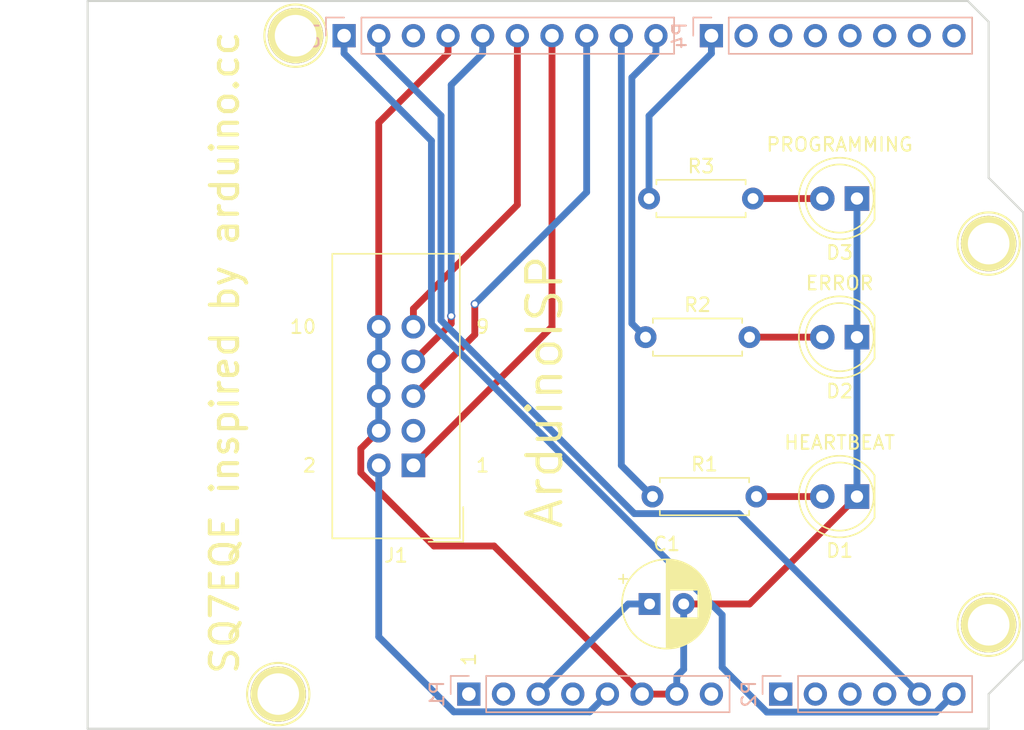
<source format=kicad_pcb>
(kicad_pcb (version 20171130) (host pcbnew 5.1.4-3.fc30)

  (general
    (thickness 1.6)
    (drawings 29)
    (tracks 67)
    (zones 0)
    (modules 16)
    (nets 37)
  )

  (page A4)
  (title_block
    (title "Arduino Uno ISP shield")
    (date 2019-08-24)
    (rev 1.0)
    (company "mgr inż. Paweł Sobótka")
    (comment 1 "Arduino Uno rev3")
    (comment 2 "GNU GPLv3")
  )

  (layers
    (0 F.Cu signal)
    (31 B.Cu signal)
    (32 B.Adhes user)
    (33 F.Adhes user)
    (34 B.Paste user)
    (35 F.Paste user)
    (36 B.SilkS user)
    (37 F.SilkS user)
    (38 B.Mask user)
    (39 F.Mask user)
    (40 Dwgs.User user)
    (41 Cmts.User user)
    (42 Eco1.User user)
    (43 Eco2.User user)
    (44 Edge.Cuts user)
    (45 Margin user)
    (46 B.CrtYd user)
    (47 F.CrtYd user)
    (48 B.Fab user)
    (49 F.Fab user)
  )

  (setup
    (last_trace_width 0.25)
    (user_trace_width 0.5)
    (trace_clearance 0.2)
    (zone_clearance 0.508)
    (zone_45_only no)
    (trace_min 0.2)
    (via_size 0.6)
    (via_drill 0.4)
    (via_min_size 0.4)
    (via_min_drill 0.3)
    (user_via 0.6 0.4)
    (uvia_size 0.3)
    (uvia_drill 0.1)
    (uvias_allowed no)
    (uvia_min_size 0.2)
    (uvia_min_drill 0.1)
    (edge_width 0.15)
    (segment_width 0.15)
    (pcb_text_width 0.3)
    (pcb_text_size 1.5 1.5)
    (mod_edge_width 0.15)
    (mod_text_size 1 1)
    (mod_text_width 0.15)
    (pad_size 4.064 4.064)
    (pad_drill 3.048)
    (pad_to_mask_clearance 0)
    (aux_axis_origin 110.998 126.365)
    (grid_origin 110.998 126.365)
    (visible_elements FFFFFF7F)
    (pcbplotparams
      (layerselection 0x290f0_ffffffff)
      (usegerberextensions false)
      (usegerberattributes true)
      (usegerberadvancedattributes true)
      (creategerberjobfile true)
      (excludeedgelayer true)
      (linewidth 0.150000)
      (plotframeref false)
      (viasonmask false)
      (mode 1)
      (useauxorigin true)
      (hpglpennumber 1)
      (hpglpenspeed 20)
      (hpglpendiameter 15.000000)
      (psnegative false)
      (psa4output false)
      (plotreference true)
      (plotvalue true)
      (plotinvisibletext false)
      (padsonsilk false)
      (subtractmaskfromsilk true)
      (outputformat 1)
      (mirror false)
      (drillshape 0)
      (scaleselection 1)
      (outputdirectory "gerbv/"))
  )

  (net 0 "")
  (net 1 /IOREF)
  (net 2 /Reset)
  (net 3 +5V)
  (net 4 GND)
  (net 5 /Vin)
  (net 6 /A0)
  (net 7 /A1)
  (net 8 /A2)
  (net 9 /A3)
  (net 10 /AREF)
  (net 11 "/A4(SDA)")
  (net 12 "/A5(SCL)")
  (net 13 "/9(**)")
  (net 14 /8)
  (net 15 /7)
  (net 16 "/6(**)")
  (net 17 "/5(**)")
  (net 18 /4)
  (net 19 "/3(**)")
  (net 20 /2)
  (net 21 "/1(Tx)")
  (net 22 "/0(Rx)")
  (net 23 "Net-(P5-Pad1)")
  (net 24 "Net-(P6-Pad1)")
  (net 25 "Net-(P7-Pad1)")
  (net 26 "Net-(P8-Pad1)")
  (net 27 "/13(SCK)")
  (net 28 "Net-(P1-Pad1)")
  (net 29 +3V3)
  (net 30 "/12(MISO)")
  (net 31 "Net-(D1-Pad2)")
  (net 32 "Net-(D2-Pad2)")
  (net 33 "Net-(D3-Pad2)")
  (net 34 "/11(**MOSI)")
  (net 35 "Net-(J1-Pad3)")
  (net 36 "/10(**SS)")

  (net_class Default "This is the default net class."
    (clearance 0.2)
    (trace_width 0.25)
    (via_dia 0.6)
    (via_drill 0.4)
    (uvia_dia 0.3)
    (uvia_drill 0.1)
  )

  (net_class net1 ""
    (clearance 0.2)
    (trace_width 0.5)
    (via_dia 0.6)
    (via_drill 0.4)
    (uvia_dia 0.3)
    (uvia_drill 0.1)
    (add_net +3V3)
    (add_net +5V)
    (add_net "/0(Rx)")
    (add_net "/1(Tx)")
    (add_net "/10(**SS)")
    (add_net "/11(**MOSI)")
    (add_net "/12(MISO)")
    (add_net "/13(SCK)")
    (add_net /2)
    (add_net "/3(**)")
    (add_net /4)
    (add_net "/5(**)")
    (add_net "/6(**)")
    (add_net /7)
    (add_net /8)
    (add_net "/9(**)")
    (add_net /A0)
    (add_net /A1)
    (add_net /A2)
    (add_net /A3)
    (add_net "/A4(SDA)")
    (add_net "/A5(SCL)")
    (add_net /AREF)
    (add_net /IOREF)
    (add_net /Reset)
    (add_net /Vin)
    (add_net GND)
    (add_net "Net-(D1-Pad2)")
    (add_net "Net-(D2-Pad2)")
    (add_net "Net-(D3-Pad2)")
    (add_net "Net-(J1-Pad3)")
    (add_net "Net-(P1-Pad1)")
    (add_net "Net-(P5-Pad1)")
    (add_net "Net-(P6-Pad1)")
    (add_net "Net-(P7-Pad1)")
    (add_net "Net-(P8-Pad1)")
  )

  (module discretes:IDC-Header_2x05_P2.54mm_Vertical (layer F.Cu) (tedit 5D7CF127) (tstamp 5D60FE63)
    (at 134.874 107.061 180)
    (descr "Through hole straight IDC box header, 2x05, 2.54mm pitch, double rows")
    (tags "Through hole IDC box header THT 2x05 2.54mm double row")
    (path /5D60B23E)
    (fp_text reference J1 (at 1.27 -6.604) (layer F.SilkS)
      (effects (font (size 1 1) (thickness 0.15)))
    )
    (fp_text value AVR-ISP-10 (at 1.27 16.764) (layer F.Fab)
      (effects (font (size 1 1) (thickness 0.15)))
    )
    (fp_text user 10 (at 7.04 10.16) (layer F.SilkS)
      (effects (font (size 1 1) (thickness 0.15)) (justify right))
    )
    (fp_text user 2 (at 7.04 0) (layer F.SilkS)
      (effects (font (size 1 1) (thickness 0.15)) (justify right))
    )
    (fp_text user 9 (at -4.5 10.16) (layer F.SilkS)
      (effects (font (size 1 1) (thickness 0.15)) (justify left))
    )
    (fp_text user 1 (at -4.5 0) (layer F.SilkS)
      (effects (font (size 1 1) (thickness 0.15)) (justify left))
    )
    (fp_line (start -3.655 -5.6) (end -1.115 -5.6) (layer F.SilkS) (width 0.12))
    (fp_line (start -3.655 -5.6) (end -3.655 -3.06) (layer F.SilkS) (width 0.12))
    (fp_line (start -3.405 -5.35) (end 5.945 -5.35) (layer F.SilkS) (width 0.12))
    (fp_line (start -3.405 15.51) (end -3.405 -5.35) (layer F.SilkS) (width 0.12))
    (fp_line (start 5.945 15.51) (end -3.405 15.51) (layer F.SilkS) (width 0.12))
    (fp_line (start 5.945 -5.35) (end 5.945 15.51) (layer F.SilkS) (width 0.12))
    (fp_line (start -3.41 -5.35) (end 5.95 -5.35) (layer F.CrtYd) (width 0.05))
    (fp_line (start -3.41 15.51) (end -3.41 -5.35) (layer F.CrtYd) (width 0.05))
    (fp_line (start 5.95 15.51) (end -3.41 15.51) (layer F.CrtYd) (width 0.05))
    (fp_line (start 5.95 -5.35) (end 5.95 15.51) (layer F.CrtYd) (width 0.05))
    (fp_line (start -3.155 15.26) (end -2.605 14.7) (layer F.Fab) (width 0.1))
    (fp_line (start -3.155 -5.1) (end -2.605 -4.56) (layer F.Fab) (width 0.1))
    (fp_line (start 5.695 15.26) (end 5.145 14.7) (layer F.Fab) (width 0.1))
    (fp_line (start 5.695 -5.1) (end 5.145 -4.56) (layer F.Fab) (width 0.1))
    (fp_line (start 5.145 14.7) (end -2.605 14.7) (layer F.Fab) (width 0.1))
    (fp_line (start 5.695 15.26) (end -3.155 15.26) (layer F.Fab) (width 0.1))
    (fp_line (start 5.145 -4.56) (end -2.605 -4.56) (layer F.Fab) (width 0.1))
    (fp_line (start 5.695 -5.1) (end -3.155 -5.1) (layer F.Fab) (width 0.1))
    (fp_line (start -2.605 7.33) (end -3.155 7.33) (layer F.Fab) (width 0.1))
    (fp_line (start -2.605 2.83) (end -3.155 2.83) (layer F.Fab) (width 0.1))
    (fp_line (start -2.605 7.33) (end -2.605 14.7) (layer F.Fab) (width 0.1))
    (fp_line (start -2.605 -4.56) (end -2.605 2.83) (layer F.Fab) (width 0.1))
    (fp_line (start -3.155 -5.1) (end -3.155 15.26) (layer F.Fab) (width 0.1))
    (fp_line (start 5.145 -4.56) (end 5.145 14.7) (layer F.Fab) (width 0.1))
    (fp_line (start 5.695 -5.1) (end 5.695 15.26) (layer F.Fab) (width 0.1))
    (fp_text user %R (at 1.27 5.08) (layer F.Fab)
      (effects (font (size 1 1) (thickness 0.15)))
    )
    (pad 10 thru_hole oval (at 2.54 10.16 180) (size 1.7272 1.7272) (drill 1.016) (layers *.Cu *.Mask)
      (net 4 GND))
    (pad 9 thru_hole oval (at 0 10.16 180) (size 1.7272 1.7272) (drill 1.016) (layers *.Cu *.Mask)
      (net 30 "/12(MISO)"))
    (pad 8 thru_hole oval (at 2.54 7.62 180) (size 1.7272 1.7272) (drill 1.016) (layers *.Cu *.Mask)
      (net 4 GND))
    (pad 7 thru_hole oval (at 0 7.62 180) (size 1.7272 1.7272) (drill 1.016) (layers *.Cu *.Mask)
      (net 27 "/13(SCK)"))
    (pad 6 thru_hole oval (at 2.54 5.08 180) (size 1.7272 1.7272) (drill 1.016) (layers *.Cu *.Mask)
      (net 4 GND))
    (pad 5 thru_hole oval (at 0 5.08 180) (size 1.7272 1.7272) (drill 1.016) (layers *.Cu *.Mask)
      (net 36 "/10(**SS)"))
    (pad 4 thru_hole oval (at 2.54 2.54 180) (size 1.7272 1.7272) (drill 1.016) (layers *.Cu *.Mask)
      (net 4 GND))
    (pad 3 thru_hole oval (at 0 2.54 180) (size 1.7272 1.7272) (drill 1.016) (layers *.Cu *.Mask)
      (net 35 "Net-(J1-Pad3)"))
    (pad 2 thru_hole oval (at 2.54 0 180) (size 1.7272 1.7272) (drill 1.016) (layers *.Cu *.Mask)
      (net 3 +5V))
    (pad 1 thru_hole rect (at 0 0 180) (size 1.7272 1.7272) (drill 1.016) (layers *.Cu *.Mask)
      (net 34 "/11(**MOSI)"))
    (model ${KISYS3DMOD}/Connector_IDC.3dshapes/IDC-Header_2x05_P2.54mm_Vertical.wrl
      (at (xyz 0 0 0))
      (scale (xyz 1 1 1))
      (rotate (xyz 0 0 0))
    )
  )

  (module Connector_PinHeader_2.54mm:PinHeader_1x08_P2.54mm_Vertical locked (layer B.Cu) (tedit 59FED5CC) (tstamp 551AFA2F)
    (at 156.718 75.565 270)
    (descr "Through hole straight pin header, 1x08, 2.54mm pitch, single row")
    (tags "Through hole pin header THT 1x08 2.54mm single row")
    (path /56D7164F)
    (fp_text reference P4 (at 0 2.33 270) (layer B.SilkS)
      (effects (font (size 1 1) (thickness 0.15)) (justify mirror))
    )
    (fp_text value Digital (at 0 -20.11 270) (layer B.Fab)
      (effects (font (size 1 1) (thickness 0.15)) (justify mirror))
    )
    (fp_text user %R (at 0 -8.89) (layer B.Fab)
      (effects (font (size 1 1) (thickness 0.15)) (justify mirror))
    )
    (fp_line (start 1.8 1.8) (end -1.8 1.8) (layer B.CrtYd) (width 0.05))
    (fp_line (start 1.8 -19.55) (end 1.8 1.8) (layer B.CrtYd) (width 0.05))
    (fp_line (start -1.8 -19.55) (end 1.8 -19.55) (layer B.CrtYd) (width 0.05))
    (fp_line (start -1.8 1.8) (end -1.8 -19.55) (layer B.CrtYd) (width 0.05))
    (fp_line (start -1.33 1.33) (end 0 1.33) (layer B.SilkS) (width 0.12))
    (fp_line (start -1.33 0) (end -1.33 1.33) (layer B.SilkS) (width 0.12))
    (fp_line (start -1.33 -1.27) (end 1.33 -1.27) (layer B.SilkS) (width 0.12))
    (fp_line (start 1.33 -1.27) (end 1.33 -19.11) (layer B.SilkS) (width 0.12))
    (fp_line (start -1.33 -1.27) (end -1.33 -19.11) (layer B.SilkS) (width 0.12))
    (fp_line (start -1.33 -19.11) (end 1.33 -19.11) (layer B.SilkS) (width 0.12))
    (fp_line (start -1.27 0.635) (end -0.635 1.27) (layer B.Fab) (width 0.1))
    (fp_line (start -1.27 -19.05) (end -1.27 0.635) (layer B.Fab) (width 0.1))
    (fp_line (start 1.27 -19.05) (end -1.27 -19.05) (layer B.Fab) (width 0.1))
    (fp_line (start 1.27 1.27) (end 1.27 -19.05) (layer B.Fab) (width 0.1))
    (fp_line (start -0.635 1.27) (end 1.27 1.27) (layer B.Fab) (width 0.1))
    (pad 8 thru_hole oval (at 0 -17.78 270) (size 1.7 1.7) (drill 1) (layers *.Cu *.Mask)
      (net 22 "/0(Rx)"))
    (pad 7 thru_hole oval (at 0 -15.24 270) (size 1.7 1.7) (drill 1) (layers *.Cu *.Mask)
      (net 21 "/1(Tx)"))
    (pad 6 thru_hole oval (at 0 -12.7 270) (size 1.7 1.7) (drill 1) (layers *.Cu *.Mask)
      (net 20 /2))
    (pad 5 thru_hole oval (at 0 -10.16 270) (size 1.7 1.7) (drill 1) (layers *.Cu *.Mask)
      (net 19 "/3(**)"))
    (pad 4 thru_hole oval (at 0 -7.62 270) (size 1.7 1.7) (drill 1) (layers *.Cu *.Mask)
      (net 18 /4))
    (pad 3 thru_hole oval (at 0 -5.08 270) (size 1.7 1.7) (drill 1) (layers *.Cu *.Mask)
      (net 17 "/5(**)"))
    (pad 2 thru_hole oval (at 0 -2.54 270) (size 1.7 1.7) (drill 1) (layers *.Cu *.Mask)
      (net 16 "/6(**)"))
    (pad 1 thru_hole rect (at 0 0 270) (size 1.7 1.7) (drill 1) (layers *.Cu *.Mask)
      (net 15 /7))
    (model ${KISYS3DMOD}/Connector_PinHeader_2.54mm.3dshapes/PinHeader_1x08_P2.54mm_Vertical.wrl
      (at (xyz 0 0 0))
      (scale (xyz 1 1 1))
      (rotate (xyz 0 0 0))
    )
  )

  (module Connector_PinHeader_2.54mm:PinHeader_1x10_P2.54mm_Vertical locked (layer B.Cu) (tedit 59FED5CC) (tstamp 551AFA18)
    (at 129.794 75.565 270)
    (descr "Through hole straight pin header, 1x10, 2.54mm pitch, single row")
    (tags "Through hole pin header THT 1x10 2.54mm single row")
    (path /56D721E0)
    (fp_text reference P3 (at 0 2.33 270) (layer B.SilkS)
      (effects (font (size 1 1) (thickness 0.15)) (justify mirror))
    )
    (fp_text value Digital (at 0 -25.19 270) (layer B.Fab)
      (effects (font (size 1 1) (thickness 0.15)) (justify mirror))
    )
    (fp_text user %R (at 0 -11.43) (layer B.Fab)
      (effects (font (size 1 1) (thickness 0.15)) (justify mirror))
    )
    (fp_line (start 1.8 1.8) (end -1.8 1.8) (layer B.CrtYd) (width 0.05))
    (fp_line (start 1.8 -24.65) (end 1.8 1.8) (layer B.CrtYd) (width 0.05))
    (fp_line (start -1.8 -24.65) (end 1.8 -24.65) (layer B.CrtYd) (width 0.05))
    (fp_line (start -1.8 1.8) (end -1.8 -24.65) (layer B.CrtYd) (width 0.05))
    (fp_line (start -1.33 1.33) (end 0 1.33) (layer B.SilkS) (width 0.12))
    (fp_line (start -1.33 0) (end -1.33 1.33) (layer B.SilkS) (width 0.12))
    (fp_line (start -1.33 -1.27) (end 1.33 -1.27) (layer B.SilkS) (width 0.12))
    (fp_line (start 1.33 -1.27) (end 1.33 -24.19) (layer B.SilkS) (width 0.12))
    (fp_line (start -1.33 -1.27) (end -1.33 -24.19) (layer B.SilkS) (width 0.12))
    (fp_line (start -1.33 -24.19) (end 1.33 -24.19) (layer B.SilkS) (width 0.12))
    (fp_line (start -1.27 0.635) (end -0.635 1.27) (layer B.Fab) (width 0.1))
    (fp_line (start -1.27 -24.13) (end -1.27 0.635) (layer B.Fab) (width 0.1))
    (fp_line (start 1.27 -24.13) (end -1.27 -24.13) (layer B.Fab) (width 0.1))
    (fp_line (start 1.27 1.27) (end 1.27 -24.13) (layer B.Fab) (width 0.1))
    (fp_line (start -0.635 1.27) (end 1.27 1.27) (layer B.Fab) (width 0.1))
    (pad 10 thru_hole oval (at 0 -22.86 270) (size 1.7 1.7) (drill 1) (layers *.Cu *.Mask)
      (net 14 /8))
    (pad 9 thru_hole oval (at 0 -20.32 270) (size 1.7 1.7) (drill 1) (layers *.Cu *.Mask)
      (net 13 "/9(**)"))
    (pad 8 thru_hole oval (at 0 -17.78 270) (size 1.7 1.7) (drill 1) (layers *.Cu *.Mask)
      (net 36 "/10(**SS)"))
    (pad 7 thru_hole oval (at 0 -15.24 270) (size 1.7 1.7) (drill 1) (layers *.Cu *.Mask)
      (net 34 "/11(**MOSI)"))
    (pad 6 thru_hole oval (at 0 -12.7 270) (size 1.7 1.7) (drill 1) (layers *.Cu *.Mask)
      (net 30 "/12(MISO)"))
    (pad 5 thru_hole oval (at 0 -10.16 270) (size 1.7 1.7) (drill 1) (layers *.Cu *.Mask)
      (net 27 "/13(SCK)"))
    (pad 4 thru_hole oval (at 0 -7.62 270) (size 1.7 1.7) (drill 1) (layers *.Cu *.Mask)
      (net 4 GND))
    (pad 3 thru_hole oval (at 0 -5.08 270) (size 1.7 1.7) (drill 1) (layers *.Cu *.Mask)
      (net 10 /AREF))
    (pad 2 thru_hole oval (at 0 -2.54 270) (size 1.7 1.7) (drill 1) (layers *.Cu *.Mask)
      (net 11 "/A4(SDA)"))
    (pad 1 thru_hole rect (at 0 0 270) (size 1.7 1.7) (drill 1) (layers *.Cu *.Mask)
      (net 12 "/A5(SCL)"))
    (model ${KISYS3DMOD}/Connector_PinHeader_2.54mm.3dshapes/PinHeader_1x10_P2.54mm_Vertical.wrl
      (at (xyz 0 0 0))
      (scale (xyz 1 1 1))
      (rotate (xyz 0 0 0))
    )
  )

  (module Connector_PinHeader_2.54mm:PinHeader_1x06_P2.54mm_Vertical locked (layer B.Cu) (tedit 59FED5CC) (tstamp 551AF9FF)
    (at 161.798 123.825 270)
    (descr "Through hole straight pin header, 1x06, 2.54mm pitch, single row")
    (tags "Through hole pin header THT 1x06 2.54mm single row")
    (path /56D70DD8)
    (fp_text reference P2 (at 0 2.33 270) (layer B.SilkS)
      (effects (font (size 1 1) (thickness 0.15)) (justify mirror))
    )
    (fp_text value Analog (at 0 -15.03 270) (layer B.Fab)
      (effects (font (size 1 1) (thickness 0.15)) (justify mirror))
    )
    (fp_text user %R (at 0 -6.35) (layer B.Fab)
      (effects (font (size 1 1) (thickness 0.15)) (justify mirror))
    )
    (fp_line (start 1.8 1.8) (end -1.8 1.8) (layer B.CrtYd) (width 0.05))
    (fp_line (start 1.8 -14.5) (end 1.8 1.8) (layer B.CrtYd) (width 0.05))
    (fp_line (start -1.8 -14.5) (end 1.8 -14.5) (layer B.CrtYd) (width 0.05))
    (fp_line (start -1.8 1.8) (end -1.8 -14.5) (layer B.CrtYd) (width 0.05))
    (fp_line (start -1.33 1.33) (end 0 1.33) (layer B.SilkS) (width 0.12))
    (fp_line (start -1.33 0) (end -1.33 1.33) (layer B.SilkS) (width 0.12))
    (fp_line (start -1.33 -1.27) (end 1.33 -1.27) (layer B.SilkS) (width 0.12))
    (fp_line (start 1.33 -1.27) (end 1.33 -14.03) (layer B.SilkS) (width 0.12))
    (fp_line (start -1.33 -1.27) (end -1.33 -14.03) (layer B.SilkS) (width 0.12))
    (fp_line (start -1.33 -14.03) (end 1.33 -14.03) (layer B.SilkS) (width 0.12))
    (fp_line (start -1.27 0.635) (end -0.635 1.27) (layer B.Fab) (width 0.1))
    (fp_line (start -1.27 -13.97) (end -1.27 0.635) (layer B.Fab) (width 0.1))
    (fp_line (start 1.27 -13.97) (end -1.27 -13.97) (layer B.Fab) (width 0.1))
    (fp_line (start 1.27 1.27) (end 1.27 -13.97) (layer B.Fab) (width 0.1))
    (fp_line (start -0.635 1.27) (end 1.27 1.27) (layer B.Fab) (width 0.1))
    (pad 6 thru_hole oval (at 0 -12.7 270) (size 1.7 1.7) (drill 1) (layers *.Cu *.Mask)
      (net 12 "/A5(SCL)"))
    (pad 5 thru_hole oval (at 0 -10.16 270) (size 1.7 1.7) (drill 1) (layers *.Cu *.Mask)
      (net 11 "/A4(SDA)"))
    (pad 4 thru_hole oval (at 0 -7.62 270) (size 1.7 1.7) (drill 1) (layers *.Cu *.Mask)
      (net 9 /A3))
    (pad 3 thru_hole oval (at 0 -5.08 270) (size 1.7 1.7) (drill 1) (layers *.Cu *.Mask)
      (net 8 /A2))
    (pad 2 thru_hole oval (at 0 -2.54 270) (size 1.7 1.7) (drill 1) (layers *.Cu *.Mask)
      (net 7 /A1))
    (pad 1 thru_hole rect (at 0 0 270) (size 1.7 1.7) (drill 1) (layers *.Cu *.Mask)
      (net 6 /A0))
    (model ${KISYS3DMOD}/Connector_PinHeader_2.54mm.3dshapes/PinHeader_1x06_P2.54mm_Vertical.wrl
      (at (xyz 0 0 0))
      (scale (xyz 1 1 1))
      (rotate (xyz 0 0 0))
    )
  )

  (module Connector_PinHeader_2.54mm:PinHeader_1x08_P2.54mm_Vertical locked (layer B.Cu) (tedit 59FED5CC) (tstamp 551AF9EA)
    (at 138.938 123.825 270)
    (descr "Through hole straight pin header, 1x08, 2.54mm pitch, single row")
    (tags "Through hole pin header THT 1x08 2.54mm single row")
    (path /56D70129)
    (fp_text reference P1 (at 0 2.33 270) (layer B.SilkS)
      (effects (font (size 1 1) (thickness 0.15)) (justify mirror))
    )
    (fp_text value Power (at 0 -20.11 270) (layer B.Fab)
      (effects (font (size 1 1) (thickness 0.15)) (justify mirror))
    )
    (fp_text user %R (at 0 -8.89) (layer B.Fab)
      (effects (font (size 1 1) (thickness 0.15)) (justify mirror))
    )
    (fp_line (start 1.8 1.8) (end -1.8 1.8) (layer B.CrtYd) (width 0.05))
    (fp_line (start 1.8 -19.55) (end 1.8 1.8) (layer B.CrtYd) (width 0.05))
    (fp_line (start -1.8 -19.55) (end 1.8 -19.55) (layer B.CrtYd) (width 0.05))
    (fp_line (start -1.8 1.8) (end -1.8 -19.55) (layer B.CrtYd) (width 0.05))
    (fp_line (start -1.33 1.33) (end 0 1.33) (layer B.SilkS) (width 0.12))
    (fp_line (start -1.33 0) (end -1.33 1.33) (layer B.SilkS) (width 0.12))
    (fp_line (start -1.33 -1.27) (end 1.33 -1.27) (layer B.SilkS) (width 0.12))
    (fp_line (start 1.33 -1.27) (end 1.33 -19.11) (layer B.SilkS) (width 0.12))
    (fp_line (start -1.33 -1.27) (end -1.33 -19.11) (layer B.SilkS) (width 0.12))
    (fp_line (start -1.33 -19.11) (end 1.33 -19.11) (layer B.SilkS) (width 0.12))
    (fp_line (start -1.27 0.635) (end -0.635 1.27) (layer B.Fab) (width 0.1))
    (fp_line (start -1.27 -19.05) (end -1.27 0.635) (layer B.Fab) (width 0.1))
    (fp_line (start 1.27 -19.05) (end -1.27 -19.05) (layer B.Fab) (width 0.1))
    (fp_line (start 1.27 1.27) (end 1.27 -19.05) (layer B.Fab) (width 0.1))
    (fp_line (start -0.635 1.27) (end 1.27 1.27) (layer B.Fab) (width 0.1))
    (pad 8 thru_hole oval (at 0 -17.78 270) (size 1.7 1.7) (drill 1) (layers *.Cu *.Mask)
      (net 5 /Vin))
    (pad 7 thru_hole oval (at 0 -15.24 270) (size 1.7 1.7) (drill 1) (layers *.Cu *.Mask)
      (net 4 GND))
    (pad 6 thru_hole oval (at 0 -12.7 270) (size 1.7 1.7) (drill 1) (layers *.Cu *.Mask)
      (net 4 GND))
    (pad 5 thru_hole oval (at 0 -10.16 270) (size 1.7 1.7) (drill 1) (layers *.Cu *.Mask)
      (net 3 +5V))
    (pad 4 thru_hole oval (at 0 -7.62 270) (size 1.7 1.7) (drill 1) (layers *.Cu *.Mask)
      (net 29 +3V3))
    (pad 3 thru_hole oval (at 0 -5.08 270) (size 1.7 1.7) (drill 1) (layers *.Cu *.Mask)
      (net 2 /Reset))
    (pad 2 thru_hole oval (at 0 -2.54 270) (size 1.7 1.7) (drill 1) (layers *.Cu *.Mask)
      (net 1 /IOREF))
    (pad 1 thru_hole rect (at 0 0 270) (size 1.7 1.7) (drill 1) (layers *.Cu *.Mask)
      (net 28 "Net-(P1-Pad1)"))
    (model ${KISYS3DMOD}/Connector_PinHeader_2.54mm.3dshapes/PinHeader_1x08_P2.54mm_Vertical.wrl
      (at (xyz 0 0 0))
      (scale (xyz 1 1 1))
      (rotate (xyz 0 0 0))
    )
  )

  (module Capacitor_THT:CP_Radial_D6.3mm_P2.50mm (layer F.Cu) (tedit 5AE50EF0) (tstamp 5D60FE05)
    (at 152.186 117.221)
    (descr "CP, Radial series, Radial, pin pitch=2.50mm, , diameter=6.3mm, Electrolytic Capacitor")
    (tags "CP Radial series Radial pin pitch 2.50mm  diameter 6.3mm Electrolytic Capacitor")
    (path /5D60D0D0)
    (fp_text reference C1 (at 1.25 -4.4) (layer F.SilkS)
      (effects (font (size 1 1) (thickness 0.15)))
    )
    (fp_text value 10u (at 1.25 4.4) (layer F.Fab)
      (effects (font (size 1 1) (thickness 0.15)))
    )
    (fp_text user %R (at 1.25 0) (layer F.Fab)
      (effects (font (size 1 1) (thickness 0.15)))
    )
    (fp_line (start -1.935241 -2.154) (end -1.935241 -1.524) (layer F.SilkS) (width 0.12))
    (fp_line (start -2.250241 -1.839) (end -1.620241 -1.839) (layer F.SilkS) (width 0.12))
    (fp_line (start 4.491 -0.402) (end 4.491 0.402) (layer F.SilkS) (width 0.12))
    (fp_line (start 4.451 -0.633) (end 4.451 0.633) (layer F.SilkS) (width 0.12))
    (fp_line (start 4.411 -0.802) (end 4.411 0.802) (layer F.SilkS) (width 0.12))
    (fp_line (start 4.371 -0.94) (end 4.371 0.94) (layer F.SilkS) (width 0.12))
    (fp_line (start 4.331 -1.059) (end 4.331 1.059) (layer F.SilkS) (width 0.12))
    (fp_line (start 4.291 -1.165) (end 4.291 1.165) (layer F.SilkS) (width 0.12))
    (fp_line (start 4.251 -1.262) (end 4.251 1.262) (layer F.SilkS) (width 0.12))
    (fp_line (start 4.211 -1.35) (end 4.211 1.35) (layer F.SilkS) (width 0.12))
    (fp_line (start 4.171 -1.432) (end 4.171 1.432) (layer F.SilkS) (width 0.12))
    (fp_line (start 4.131 -1.509) (end 4.131 1.509) (layer F.SilkS) (width 0.12))
    (fp_line (start 4.091 -1.581) (end 4.091 1.581) (layer F.SilkS) (width 0.12))
    (fp_line (start 4.051 -1.65) (end 4.051 1.65) (layer F.SilkS) (width 0.12))
    (fp_line (start 4.011 -1.714) (end 4.011 1.714) (layer F.SilkS) (width 0.12))
    (fp_line (start 3.971 -1.776) (end 3.971 1.776) (layer F.SilkS) (width 0.12))
    (fp_line (start 3.931 -1.834) (end 3.931 1.834) (layer F.SilkS) (width 0.12))
    (fp_line (start 3.891 -1.89) (end 3.891 1.89) (layer F.SilkS) (width 0.12))
    (fp_line (start 3.851 -1.944) (end 3.851 1.944) (layer F.SilkS) (width 0.12))
    (fp_line (start 3.811 -1.995) (end 3.811 1.995) (layer F.SilkS) (width 0.12))
    (fp_line (start 3.771 -2.044) (end 3.771 2.044) (layer F.SilkS) (width 0.12))
    (fp_line (start 3.731 -2.092) (end 3.731 2.092) (layer F.SilkS) (width 0.12))
    (fp_line (start 3.691 -2.137) (end 3.691 2.137) (layer F.SilkS) (width 0.12))
    (fp_line (start 3.651 -2.182) (end 3.651 2.182) (layer F.SilkS) (width 0.12))
    (fp_line (start 3.611 -2.224) (end 3.611 2.224) (layer F.SilkS) (width 0.12))
    (fp_line (start 3.571 -2.265) (end 3.571 2.265) (layer F.SilkS) (width 0.12))
    (fp_line (start 3.531 1.04) (end 3.531 2.305) (layer F.SilkS) (width 0.12))
    (fp_line (start 3.531 -2.305) (end 3.531 -1.04) (layer F.SilkS) (width 0.12))
    (fp_line (start 3.491 1.04) (end 3.491 2.343) (layer F.SilkS) (width 0.12))
    (fp_line (start 3.491 -2.343) (end 3.491 -1.04) (layer F.SilkS) (width 0.12))
    (fp_line (start 3.451 1.04) (end 3.451 2.38) (layer F.SilkS) (width 0.12))
    (fp_line (start 3.451 -2.38) (end 3.451 -1.04) (layer F.SilkS) (width 0.12))
    (fp_line (start 3.411 1.04) (end 3.411 2.416) (layer F.SilkS) (width 0.12))
    (fp_line (start 3.411 -2.416) (end 3.411 -1.04) (layer F.SilkS) (width 0.12))
    (fp_line (start 3.371 1.04) (end 3.371 2.45) (layer F.SilkS) (width 0.12))
    (fp_line (start 3.371 -2.45) (end 3.371 -1.04) (layer F.SilkS) (width 0.12))
    (fp_line (start 3.331 1.04) (end 3.331 2.484) (layer F.SilkS) (width 0.12))
    (fp_line (start 3.331 -2.484) (end 3.331 -1.04) (layer F.SilkS) (width 0.12))
    (fp_line (start 3.291 1.04) (end 3.291 2.516) (layer F.SilkS) (width 0.12))
    (fp_line (start 3.291 -2.516) (end 3.291 -1.04) (layer F.SilkS) (width 0.12))
    (fp_line (start 3.251 1.04) (end 3.251 2.548) (layer F.SilkS) (width 0.12))
    (fp_line (start 3.251 -2.548) (end 3.251 -1.04) (layer F.SilkS) (width 0.12))
    (fp_line (start 3.211 1.04) (end 3.211 2.578) (layer F.SilkS) (width 0.12))
    (fp_line (start 3.211 -2.578) (end 3.211 -1.04) (layer F.SilkS) (width 0.12))
    (fp_line (start 3.171 1.04) (end 3.171 2.607) (layer F.SilkS) (width 0.12))
    (fp_line (start 3.171 -2.607) (end 3.171 -1.04) (layer F.SilkS) (width 0.12))
    (fp_line (start 3.131 1.04) (end 3.131 2.636) (layer F.SilkS) (width 0.12))
    (fp_line (start 3.131 -2.636) (end 3.131 -1.04) (layer F.SilkS) (width 0.12))
    (fp_line (start 3.091 1.04) (end 3.091 2.664) (layer F.SilkS) (width 0.12))
    (fp_line (start 3.091 -2.664) (end 3.091 -1.04) (layer F.SilkS) (width 0.12))
    (fp_line (start 3.051 1.04) (end 3.051 2.69) (layer F.SilkS) (width 0.12))
    (fp_line (start 3.051 -2.69) (end 3.051 -1.04) (layer F.SilkS) (width 0.12))
    (fp_line (start 3.011 1.04) (end 3.011 2.716) (layer F.SilkS) (width 0.12))
    (fp_line (start 3.011 -2.716) (end 3.011 -1.04) (layer F.SilkS) (width 0.12))
    (fp_line (start 2.971 1.04) (end 2.971 2.742) (layer F.SilkS) (width 0.12))
    (fp_line (start 2.971 -2.742) (end 2.971 -1.04) (layer F.SilkS) (width 0.12))
    (fp_line (start 2.931 1.04) (end 2.931 2.766) (layer F.SilkS) (width 0.12))
    (fp_line (start 2.931 -2.766) (end 2.931 -1.04) (layer F.SilkS) (width 0.12))
    (fp_line (start 2.891 1.04) (end 2.891 2.79) (layer F.SilkS) (width 0.12))
    (fp_line (start 2.891 -2.79) (end 2.891 -1.04) (layer F.SilkS) (width 0.12))
    (fp_line (start 2.851 1.04) (end 2.851 2.812) (layer F.SilkS) (width 0.12))
    (fp_line (start 2.851 -2.812) (end 2.851 -1.04) (layer F.SilkS) (width 0.12))
    (fp_line (start 2.811 1.04) (end 2.811 2.834) (layer F.SilkS) (width 0.12))
    (fp_line (start 2.811 -2.834) (end 2.811 -1.04) (layer F.SilkS) (width 0.12))
    (fp_line (start 2.771 1.04) (end 2.771 2.856) (layer F.SilkS) (width 0.12))
    (fp_line (start 2.771 -2.856) (end 2.771 -1.04) (layer F.SilkS) (width 0.12))
    (fp_line (start 2.731 1.04) (end 2.731 2.876) (layer F.SilkS) (width 0.12))
    (fp_line (start 2.731 -2.876) (end 2.731 -1.04) (layer F.SilkS) (width 0.12))
    (fp_line (start 2.691 1.04) (end 2.691 2.896) (layer F.SilkS) (width 0.12))
    (fp_line (start 2.691 -2.896) (end 2.691 -1.04) (layer F.SilkS) (width 0.12))
    (fp_line (start 2.651 1.04) (end 2.651 2.916) (layer F.SilkS) (width 0.12))
    (fp_line (start 2.651 -2.916) (end 2.651 -1.04) (layer F.SilkS) (width 0.12))
    (fp_line (start 2.611 1.04) (end 2.611 2.934) (layer F.SilkS) (width 0.12))
    (fp_line (start 2.611 -2.934) (end 2.611 -1.04) (layer F.SilkS) (width 0.12))
    (fp_line (start 2.571 1.04) (end 2.571 2.952) (layer F.SilkS) (width 0.12))
    (fp_line (start 2.571 -2.952) (end 2.571 -1.04) (layer F.SilkS) (width 0.12))
    (fp_line (start 2.531 1.04) (end 2.531 2.97) (layer F.SilkS) (width 0.12))
    (fp_line (start 2.531 -2.97) (end 2.531 -1.04) (layer F.SilkS) (width 0.12))
    (fp_line (start 2.491 1.04) (end 2.491 2.986) (layer F.SilkS) (width 0.12))
    (fp_line (start 2.491 -2.986) (end 2.491 -1.04) (layer F.SilkS) (width 0.12))
    (fp_line (start 2.451 1.04) (end 2.451 3.002) (layer F.SilkS) (width 0.12))
    (fp_line (start 2.451 -3.002) (end 2.451 -1.04) (layer F.SilkS) (width 0.12))
    (fp_line (start 2.411 1.04) (end 2.411 3.018) (layer F.SilkS) (width 0.12))
    (fp_line (start 2.411 -3.018) (end 2.411 -1.04) (layer F.SilkS) (width 0.12))
    (fp_line (start 2.371 1.04) (end 2.371 3.033) (layer F.SilkS) (width 0.12))
    (fp_line (start 2.371 -3.033) (end 2.371 -1.04) (layer F.SilkS) (width 0.12))
    (fp_line (start 2.331 1.04) (end 2.331 3.047) (layer F.SilkS) (width 0.12))
    (fp_line (start 2.331 -3.047) (end 2.331 -1.04) (layer F.SilkS) (width 0.12))
    (fp_line (start 2.291 1.04) (end 2.291 3.061) (layer F.SilkS) (width 0.12))
    (fp_line (start 2.291 -3.061) (end 2.291 -1.04) (layer F.SilkS) (width 0.12))
    (fp_line (start 2.251 1.04) (end 2.251 3.074) (layer F.SilkS) (width 0.12))
    (fp_line (start 2.251 -3.074) (end 2.251 -1.04) (layer F.SilkS) (width 0.12))
    (fp_line (start 2.211 1.04) (end 2.211 3.086) (layer F.SilkS) (width 0.12))
    (fp_line (start 2.211 -3.086) (end 2.211 -1.04) (layer F.SilkS) (width 0.12))
    (fp_line (start 2.171 1.04) (end 2.171 3.098) (layer F.SilkS) (width 0.12))
    (fp_line (start 2.171 -3.098) (end 2.171 -1.04) (layer F.SilkS) (width 0.12))
    (fp_line (start 2.131 1.04) (end 2.131 3.11) (layer F.SilkS) (width 0.12))
    (fp_line (start 2.131 -3.11) (end 2.131 -1.04) (layer F.SilkS) (width 0.12))
    (fp_line (start 2.091 1.04) (end 2.091 3.121) (layer F.SilkS) (width 0.12))
    (fp_line (start 2.091 -3.121) (end 2.091 -1.04) (layer F.SilkS) (width 0.12))
    (fp_line (start 2.051 1.04) (end 2.051 3.131) (layer F.SilkS) (width 0.12))
    (fp_line (start 2.051 -3.131) (end 2.051 -1.04) (layer F.SilkS) (width 0.12))
    (fp_line (start 2.011 1.04) (end 2.011 3.141) (layer F.SilkS) (width 0.12))
    (fp_line (start 2.011 -3.141) (end 2.011 -1.04) (layer F.SilkS) (width 0.12))
    (fp_line (start 1.971 1.04) (end 1.971 3.15) (layer F.SilkS) (width 0.12))
    (fp_line (start 1.971 -3.15) (end 1.971 -1.04) (layer F.SilkS) (width 0.12))
    (fp_line (start 1.93 1.04) (end 1.93 3.159) (layer F.SilkS) (width 0.12))
    (fp_line (start 1.93 -3.159) (end 1.93 -1.04) (layer F.SilkS) (width 0.12))
    (fp_line (start 1.89 1.04) (end 1.89 3.167) (layer F.SilkS) (width 0.12))
    (fp_line (start 1.89 -3.167) (end 1.89 -1.04) (layer F.SilkS) (width 0.12))
    (fp_line (start 1.85 1.04) (end 1.85 3.175) (layer F.SilkS) (width 0.12))
    (fp_line (start 1.85 -3.175) (end 1.85 -1.04) (layer F.SilkS) (width 0.12))
    (fp_line (start 1.81 1.04) (end 1.81 3.182) (layer F.SilkS) (width 0.12))
    (fp_line (start 1.81 -3.182) (end 1.81 -1.04) (layer F.SilkS) (width 0.12))
    (fp_line (start 1.77 1.04) (end 1.77 3.189) (layer F.SilkS) (width 0.12))
    (fp_line (start 1.77 -3.189) (end 1.77 -1.04) (layer F.SilkS) (width 0.12))
    (fp_line (start 1.73 1.04) (end 1.73 3.195) (layer F.SilkS) (width 0.12))
    (fp_line (start 1.73 -3.195) (end 1.73 -1.04) (layer F.SilkS) (width 0.12))
    (fp_line (start 1.69 1.04) (end 1.69 3.201) (layer F.SilkS) (width 0.12))
    (fp_line (start 1.69 -3.201) (end 1.69 -1.04) (layer F.SilkS) (width 0.12))
    (fp_line (start 1.65 1.04) (end 1.65 3.206) (layer F.SilkS) (width 0.12))
    (fp_line (start 1.65 -3.206) (end 1.65 -1.04) (layer F.SilkS) (width 0.12))
    (fp_line (start 1.61 1.04) (end 1.61 3.211) (layer F.SilkS) (width 0.12))
    (fp_line (start 1.61 -3.211) (end 1.61 -1.04) (layer F.SilkS) (width 0.12))
    (fp_line (start 1.57 1.04) (end 1.57 3.215) (layer F.SilkS) (width 0.12))
    (fp_line (start 1.57 -3.215) (end 1.57 -1.04) (layer F.SilkS) (width 0.12))
    (fp_line (start 1.53 1.04) (end 1.53 3.218) (layer F.SilkS) (width 0.12))
    (fp_line (start 1.53 -3.218) (end 1.53 -1.04) (layer F.SilkS) (width 0.12))
    (fp_line (start 1.49 1.04) (end 1.49 3.222) (layer F.SilkS) (width 0.12))
    (fp_line (start 1.49 -3.222) (end 1.49 -1.04) (layer F.SilkS) (width 0.12))
    (fp_line (start 1.45 -3.224) (end 1.45 3.224) (layer F.SilkS) (width 0.12))
    (fp_line (start 1.41 -3.227) (end 1.41 3.227) (layer F.SilkS) (width 0.12))
    (fp_line (start 1.37 -3.228) (end 1.37 3.228) (layer F.SilkS) (width 0.12))
    (fp_line (start 1.33 -3.23) (end 1.33 3.23) (layer F.SilkS) (width 0.12))
    (fp_line (start 1.29 -3.23) (end 1.29 3.23) (layer F.SilkS) (width 0.12))
    (fp_line (start 1.25 -3.23) (end 1.25 3.23) (layer F.SilkS) (width 0.12))
    (fp_line (start -1.128972 -1.6885) (end -1.128972 -1.0585) (layer F.Fab) (width 0.1))
    (fp_line (start -1.443972 -1.3735) (end -0.813972 -1.3735) (layer F.Fab) (width 0.1))
    (fp_circle (center 1.25 0) (end 4.65 0) (layer F.CrtYd) (width 0.05))
    (fp_circle (center 1.25 0) (end 4.52 0) (layer F.SilkS) (width 0.12))
    (fp_circle (center 1.25 0) (end 4.4 0) (layer F.Fab) (width 0.1))
    (pad 2 thru_hole circle (at 2.5 0) (size 1.6 1.6) (drill 0.8) (layers *.Cu *.Mask)
      (net 4 GND))
    (pad 1 thru_hole rect (at 0 0) (size 1.6 1.6) (drill 0.8) (layers *.Cu *.Mask)
      (net 2 /Reset))
    (model ${KISYS3DMOD}/Capacitor_THT.3dshapes/CP_Radial_D6.3mm_P2.50mm.wrl
      (at (xyz 0 0 0))
      (scale (xyz 1 1 1))
      (rotate (xyz 0 0 0))
    )
  )

  (module Socket_Arduino_Uno:Arduino_1pin locked (layer F.Cu) (tedit 5524FC39) (tstamp 5524FC3F)
    (at 124.968 123.825)
    (descr "module 1 pin (ou trou mecanique de percage)")
    (tags DEV)
    (path /56D71177)
    (fp_text reference P5 (at 0 -3.048) (layer F.SilkS) hide
      (effects (font (size 1 1) (thickness 0.15)))
    )
    (fp_text value CONN_01X01 (at 0 2.794) (layer F.Fab) hide
      (effects (font (size 1 1) (thickness 0.15)))
    )
    (fp_circle (center 0 0) (end 0 -2.286) (layer F.SilkS) (width 0.15))
    (pad 1 thru_hole circle (at 0 0) (size 4.064 4.064) (drill 3.048) (layers *.Cu *.Mask F.SilkS)
      (net 23 "Net-(P5-Pad1)"))
  )

  (module Socket_Arduino_Uno:Arduino_1pin locked (layer F.Cu) (tedit 5524FC4A) (tstamp 5524FC44)
    (at 177.038 118.745)
    (descr "module 1 pin (ou trou mecanique de percage)")
    (tags DEV)
    (path /56D71274)
    (fp_text reference P6 (at 0 -3.048) (layer F.SilkS) hide
      (effects (font (size 1 1) (thickness 0.15)))
    )
    (fp_text value CONN_01X01 (at 0 2.794) (layer F.Fab) hide
      (effects (font (size 1 1) (thickness 0.15)))
    )
    (fp_circle (center 0 0) (end 0 -2.286) (layer F.SilkS) (width 0.15))
    (pad 1 thru_hole circle (at 0 0) (size 4.064 4.064) (drill 3.048) (layers *.Cu *.Mask F.SilkS)
      (net 24 "Net-(P6-Pad1)"))
  )

  (module Socket_Arduino_Uno:Arduino_1pin locked (layer F.Cu) (tedit 5524FC2F) (tstamp 5524FC49)
    (at 126.238 75.565)
    (descr "module 1 pin (ou trou mecanique de percage)")
    (tags DEV)
    (path /56D712A8)
    (fp_text reference P7 (at 0 -3.048) (layer F.SilkS) hide
      (effects (font (size 1 1) (thickness 0.15)))
    )
    (fp_text value CONN_01X01 (at 0 2.794) (layer F.Fab) hide
      (effects (font (size 1 1) (thickness 0.15)))
    )
    (fp_circle (center 0 0) (end 0 -2.286) (layer F.SilkS) (width 0.15))
    (pad 1 thru_hole circle (at 0 0) (size 4.064 4.064) (drill 3.048) (layers *.Cu *.Mask F.SilkS)
      (net 25 "Net-(P7-Pad1)"))
  )

  (module Socket_Arduino_Uno:Arduino_1pin locked (layer F.Cu) (tedit 5524FC41) (tstamp 5524FC4E)
    (at 177.038 90.805)
    (descr "module 1 pin (ou trou mecanique de percage)")
    (tags DEV)
    (path /56D712DB)
    (fp_text reference P8 (at 0 -3.048) (layer F.SilkS) hide
      (effects (font (size 1 1) (thickness 0.15)))
    )
    (fp_text value CONN_01X01 (at 0 2.794) (layer F.Fab) hide
      (effects (font (size 1 1) (thickness 0.15)))
    )
    (fp_circle (center 0 0) (end 0 -2.286) (layer F.SilkS) (width 0.15))
    (pad 1 thru_hole circle (at 0 0) (size 4.064 4.064) (drill 3.048) (layers *.Cu *.Mask F.SilkS)
      (net 26 "Net-(P8-Pad1)"))
  )

  (module LED_THT:LED_D5.0mm (layer F.Cu) (tedit 5995936A) (tstamp 5D60FE17)
    (at 167.386 109.347 180)
    (descr "LED, diameter 5.0mm, 2 pins, http://cdn-reichelt.de/documents/datenblatt/A500/LL-504BC2E-009.pdf")
    (tags "LED diameter 5.0mm 2 pins")
    (path /5D60B7C0)
    (fp_text reference D1 (at 1.27 -3.96) (layer F.SilkS)
      (effects (font (size 1 1) (thickness 0.15)))
    )
    (fp_text value HEARTBEAT (at 1.27 3.96) (layer F.SilkS)
      (effects (font (size 1 1) (thickness 0.15)))
    )
    (fp_arc (start 1.27 0) (end -1.23 -1.469694) (angle 299.1) (layer F.Fab) (width 0.1))
    (fp_arc (start 1.27 0) (end -1.29 -1.54483) (angle 148.9) (layer F.SilkS) (width 0.12))
    (fp_arc (start 1.27 0) (end -1.29 1.54483) (angle -148.9) (layer F.SilkS) (width 0.12))
    (fp_circle (center 1.27 0) (end 3.77 0) (layer F.Fab) (width 0.1))
    (fp_circle (center 1.27 0) (end 3.77 0) (layer F.SilkS) (width 0.12))
    (fp_line (start -1.23 -1.469694) (end -1.23 1.469694) (layer F.Fab) (width 0.1))
    (fp_line (start -1.29 -1.545) (end -1.29 1.545) (layer F.SilkS) (width 0.12))
    (fp_line (start -1.95 -3.25) (end -1.95 3.25) (layer F.CrtYd) (width 0.05))
    (fp_line (start -1.95 3.25) (end 4.5 3.25) (layer F.CrtYd) (width 0.05))
    (fp_line (start 4.5 3.25) (end 4.5 -3.25) (layer F.CrtYd) (width 0.05))
    (fp_line (start 4.5 -3.25) (end -1.95 -3.25) (layer F.CrtYd) (width 0.05))
    (fp_text user %R (at 1.25 0 90) (layer F.Fab)
      (effects (font (size 0.8 0.8) (thickness 0.2)))
    )
    (pad 1 thru_hole rect (at 0 0 180) (size 1.8 1.8) (drill 0.9) (layers *.Cu *.Mask)
      (net 4 GND))
    (pad 2 thru_hole circle (at 2.54 0 180) (size 1.8 1.8) (drill 0.9) (layers *.Cu *.Mask)
      (net 31 "Net-(D1-Pad2)"))
    (model ${KISYS3DMOD}/LED_THT.3dshapes/LED_D5.0mm.wrl
      (at (xyz 0 0 0))
      (scale (xyz 1 1 1))
      (rotate (xyz 0 0 0))
    )
  )

  (module LED_THT:LED_D5.0mm (layer F.Cu) (tedit 5995936A) (tstamp 5D610707)
    (at 167.386 97.663 180)
    (descr "LED, diameter 5.0mm, 2 pins, http://cdn-reichelt.de/documents/datenblatt/A500/LL-504BC2E-009.pdf")
    (tags "LED diameter 5.0mm 2 pins")
    (path /5D60BD99)
    (fp_text reference D2 (at 1.27 -3.96) (layer F.SilkS)
      (effects (font (size 1 1) (thickness 0.15)))
    )
    (fp_text value ERROR (at 1.27 3.96) (layer F.SilkS)
      (effects (font (size 1 1) (thickness 0.15)))
    )
    (fp_text user %R (at 1.25 0) (layer F.Fab)
      (effects (font (size 0.8 0.8) (thickness 0.2)))
    )
    (fp_line (start 4.5 -3.25) (end -1.95 -3.25) (layer F.CrtYd) (width 0.05))
    (fp_line (start 4.5 3.25) (end 4.5 -3.25) (layer F.CrtYd) (width 0.05))
    (fp_line (start -1.95 3.25) (end 4.5 3.25) (layer F.CrtYd) (width 0.05))
    (fp_line (start -1.95 -3.25) (end -1.95 3.25) (layer F.CrtYd) (width 0.05))
    (fp_line (start -1.29 -1.545) (end -1.29 1.545) (layer F.SilkS) (width 0.12))
    (fp_line (start -1.23 -1.469694) (end -1.23 1.469694) (layer F.Fab) (width 0.1))
    (fp_circle (center 1.27 0) (end 3.77 0) (layer F.SilkS) (width 0.12))
    (fp_circle (center 1.27 0) (end 3.77 0) (layer F.Fab) (width 0.1))
    (fp_arc (start 1.27 0) (end -1.29 1.54483) (angle -148.9) (layer F.SilkS) (width 0.12))
    (fp_arc (start 1.27 0) (end -1.29 -1.54483) (angle 148.9) (layer F.SilkS) (width 0.12))
    (fp_arc (start 1.27 0) (end -1.23 -1.469694) (angle 299.1) (layer F.Fab) (width 0.1))
    (pad 2 thru_hole circle (at 2.54 0 180) (size 1.8 1.8) (drill 0.9) (layers *.Cu *.Mask)
      (net 32 "Net-(D2-Pad2)"))
    (pad 1 thru_hole rect (at 0 0 180) (size 1.8 1.8) (drill 0.9) (layers *.Cu *.Mask)
      (net 4 GND))
    (model ${KISYS3DMOD}/LED_THT.3dshapes/LED_D5.0mm.wrl
      (at (xyz 0 0 0))
      (scale (xyz 1 1 1))
      (rotate (xyz 0 0 0))
    )
  )

  (module LED_THT:LED_D5.0mm (layer F.Cu) (tedit 5995936A) (tstamp 5D60FE3B)
    (at 167.386 87.503 180)
    (descr "LED, diameter 5.0mm, 2 pins, http://cdn-reichelt.de/documents/datenblatt/A500/LL-504BC2E-009.pdf")
    (tags "LED diameter 5.0mm 2 pins")
    (path /5D60C070)
    (fp_text reference D3 (at 1.27 -3.96) (layer F.SilkS)
      (effects (font (size 1 1) (thickness 0.15)))
    )
    (fp_text value PROGRAMMING (at 1.27 3.96) (layer F.SilkS)
      (effects (font (size 1 1) (thickness 0.15)))
    )
    (fp_arc (start 1.27 0) (end -1.23 -1.469694) (angle 299.1) (layer F.Fab) (width 0.1))
    (fp_arc (start 1.27 0) (end -1.29 -1.54483) (angle 148.9) (layer F.SilkS) (width 0.12))
    (fp_arc (start 1.27 0) (end -1.29 1.54483) (angle -148.9) (layer F.SilkS) (width 0.12))
    (fp_circle (center 1.27 0) (end 3.77 0) (layer F.Fab) (width 0.1))
    (fp_circle (center 1.27 0) (end 3.77 0) (layer F.SilkS) (width 0.12))
    (fp_line (start -1.23 -1.469694) (end -1.23 1.469694) (layer F.Fab) (width 0.1))
    (fp_line (start -1.29 -1.545) (end -1.29 1.545) (layer F.SilkS) (width 0.12))
    (fp_line (start -1.95 -3.25) (end -1.95 3.25) (layer F.CrtYd) (width 0.05))
    (fp_line (start -1.95 3.25) (end 4.5 3.25) (layer F.CrtYd) (width 0.05))
    (fp_line (start 4.5 3.25) (end 4.5 -3.25) (layer F.CrtYd) (width 0.05))
    (fp_line (start 4.5 -3.25) (end -1.95 -3.25) (layer F.CrtYd) (width 0.05))
    (fp_text user %R (at 1.25 0) (layer F.Fab)
      (effects (font (size 0.8 0.8) (thickness 0.2)))
    )
    (pad 1 thru_hole rect (at 0 0 180) (size 1.8 1.8) (drill 0.9) (layers *.Cu *.Mask)
      (net 4 GND))
    (pad 2 thru_hole circle (at 2.54 0 180) (size 1.8 1.8) (drill 0.9) (layers *.Cu *.Mask)
      (net 33 "Net-(D3-Pad2)"))
    (model ${KISYS3DMOD}/LED_THT.3dshapes/LED_D5.0mm.wrl
      (at (xyz 0 0 0))
      (scale (xyz 1 1 1))
      (rotate (xyz 0 0 0))
    )
  )

  (module Resistor_THT:R_Axial_DIN0207_L6.3mm_D2.5mm_P7.62mm_Horizontal (layer F.Cu) (tedit 5AE5139B) (tstamp 5D60FE7A)
    (at 152.4 109.347)
    (descr "Resistor, Axial_DIN0207 series, Axial, Horizontal, pin pitch=7.62mm, 0.25W = 1/4W, length*diameter=6.3*2.5mm^2, http://cdn-reichelt.de/documents/datenblatt/B400/1_4W%23YAG.pdf")
    (tags "Resistor Axial_DIN0207 series Axial Horizontal pin pitch 7.62mm 0.25W = 1/4W length 6.3mm diameter 2.5mm")
    (path /5D60C4A5)
    (fp_text reference R1 (at 3.81 -2.37) (layer F.SilkS)
      (effects (font (size 1 1) (thickness 0.15)))
    )
    (fp_text value 1k (at 3.81 2.37) (layer F.Fab)
      (effects (font (size 1 1) (thickness 0.15)))
    )
    (fp_line (start 0.66 -1.25) (end 0.66 1.25) (layer F.Fab) (width 0.1))
    (fp_line (start 0.66 1.25) (end 6.96 1.25) (layer F.Fab) (width 0.1))
    (fp_line (start 6.96 1.25) (end 6.96 -1.25) (layer F.Fab) (width 0.1))
    (fp_line (start 6.96 -1.25) (end 0.66 -1.25) (layer F.Fab) (width 0.1))
    (fp_line (start 0 0) (end 0.66 0) (layer F.Fab) (width 0.1))
    (fp_line (start 7.62 0) (end 6.96 0) (layer F.Fab) (width 0.1))
    (fp_line (start 0.54 -1.04) (end 0.54 -1.37) (layer F.SilkS) (width 0.12))
    (fp_line (start 0.54 -1.37) (end 7.08 -1.37) (layer F.SilkS) (width 0.12))
    (fp_line (start 7.08 -1.37) (end 7.08 -1.04) (layer F.SilkS) (width 0.12))
    (fp_line (start 0.54 1.04) (end 0.54 1.37) (layer F.SilkS) (width 0.12))
    (fp_line (start 0.54 1.37) (end 7.08 1.37) (layer F.SilkS) (width 0.12))
    (fp_line (start 7.08 1.37) (end 7.08 1.04) (layer F.SilkS) (width 0.12))
    (fp_line (start -1.05 -1.5) (end -1.05 1.5) (layer F.CrtYd) (width 0.05))
    (fp_line (start -1.05 1.5) (end 8.67 1.5) (layer F.CrtYd) (width 0.05))
    (fp_line (start 8.67 1.5) (end 8.67 -1.5) (layer F.CrtYd) (width 0.05))
    (fp_line (start 8.67 -1.5) (end -1.05 -1.5) (layer F.CrtYd) (width 0.05))
    (fp_text user %R (at 3.81 0) (layer F.Fab)
      (effects (font (size 1 1) (thickness 0.15)))
    )
    (pad 1 thru_hole circle (at 0 0) (size 1.6 1.6) (drill 0.8) (layers *.Cu *.Mask)
      (net 13 "/9(**)"))
    (pad 2 thru_hole oval (at 7.62 0) (size 1.6 1.6) (drill 0.8) (layers *.Cu *.Mask)
      (net 31 "Net-(D1-Pad2)"))
    (model ${KISYS3DMOD}/Resistor_THT.3dshapes/R_Axial_DIN0207_L6.3mm_D2.5mm_P7.62mm_Horizontal.wrl
      (at (xyz 0 0 0))
      (scale (xyz 1 1 1))
      (rotate (xyz 0 0 0))
    )
  )

  (module Resistor_THT:R_Axial_DIN0207_L6.3mm_D2.5mm_P7.62mm_Horizontal (layer F.Cu) (tedit 5AE5139B) (tstamp 5D60FE91)
    (at 151.892 97.663)
    (descr "Resistor, Axial_DIN0207 series, Axial, Horizontal, pin pitch=7.62mm, 0.25W = 1/4W, length*diameter=6.3*2.5mm^2, http://cdn-reichelt.de/documents/datenblatt/B400/1_4W%23YAG.pdf")
    (tags "Resistor Axial_DIN0207 series Axial Horizontal pin pitch 7.62mm 0.25W = 1/4W length 6.3mm diameter 2.5mm")
    (path /5D61EBDD)
    (fp_text reference R2 (at 3.81 -2.37) (layer F.SilkS)
      (effects (font (size 1 1) (thickness 0.15)))
    )
    (fp_text value 1k (at 3.81 2.37) (layer F.Fab)
      (effects (font (size 1 1) (thickness 0.15)))
    )
    (fp_text user %R (at 3.81 0) (layer F.Fab)
      (effects (font (size 1 1) (thickness 0.15)))
    )
    (fp_line (start 8.67 -1.5) (end -1.05 -1.5) (layer F.CrtYd) (width 0.05))
    (fp_line (start 8.67 1.5) (end 8.67 -1.5) (layer F.CrtYd) (width 0.05))
    (fp_line (start -1.05 1.5) (end 8.67 1.5) (layer F.CrtYd) (width 0.05))
    (fp_line (start -1.05 -1.5) (end -1.05 1.5) (layer F.CrtYd) (width 0.05))
    (fp_line (start 7.08 1.37) (end 7.08 1.04) (layer F.SilkS) (width 0.12))
    (fp_line (start 0.54 1.37) (end 7.08 1.37) (layer F.SilkS) (width 0.12))
    (fp_line (start 0.54 1.04) (end 0.54 1.37) (layer F.SilkS) (width 0.12))
    (fp_line (start 7.08 -1.37) (end 7.08 -1.04) (layer F.SilkS) (width 0.12))
    (fp_line (start 0.54 -1.37) (end 7.08 -1.37) (layer F.SilkS) (width 0.12))
    (fp_line (start 0.54 -1.04) (end 0.54 -1.37) (layer F.SilkS) (width 0.12))
    (fp_line (start 7.62 0) (end 6.96 0) (layer F.Fab) (width 0.1))
    (fp_line (start 0 0) (end 0.66 0) (layer F.Fab) (width 0.1))
    (fp_line (start 6.96 -1.25) (end 0.66 -1.25) (layer F.Fab) (width 0.1))
    (fp_line (start 6.96 1.25) (end 6.96 -1.25) (layer F.Fab) (width 0.1))
    (fp_line (start 0.66 1.25) (end 6.96 1.25) (layer F.Fab) (width 0.1))
    (fp_line (start 0.66 -1.25) (end 0.66 1.25) (layer F.Fab) (width 0.1))
    (pad 2 thru_hole oval (at 7.62 0) (size 1.6 1.6) (drill 0.8) (layers *.Cu *.Mask)
      (net 32 "Net-(D2-Pad2)"))
    (pad 1 thru_hole circle (at 0 0) (size 1.6 1.6) (drill 0.8) (layers *.Cu *.Mask)
      (net 14 /8))
    (model ${KISYS3DMOD}/Resistor_THT.3dshapes/R_Axial_DIN0207_L6.3mm_D2.5mm_P7.62mm_Horizontal.wrl
      (at (xyz 0 0 0))
      (scale (xyz 1 1 1))
      (rotate (xyz 0 0 0))
    )
  )

  (module Resistor_THT:R_Axial_DIN0207_L6.3mm_D2.5mm_P7.62mm_Horizontal (layer F.Cu) (tedit 5AE5139B) (tstamp 5D60FEA8)
    (at 152.146 87.503)
    (descr "Resistor, Axial_DIN0207 series, Axial, Horizontal, pin pitch=7.62mm, 0.25W = 1/4W, length*diameter=6.3*2.5mm^2, http://cdn-reichelt.de/documents/datenblatt/B400/1_4W%23YAG.pdf")
    (tags "Resistor Axial_DIN0207 series Axial Horizontal pin pitch 7.62mm 0.25W = 1/4W length 6.3mm diameter 2.5mm")
    (path /5D61F05E)
    (fp_text reference R3 (at 3.81 -2.37) (layer F.SilkS)
      (effects (font (size 1 1) (thickness 0.15)))
    )
    (fp_text value 1k (at 3.81 2.37) (layer F.Fab)
      (effects (font (size 1 1) (thickness 0.15)))
    )
    (fp_line (start 0.66 -1.25) (end 0.66 1.25) (layer F.Fab) (width 0.1))
    (fp_line (start 0.66 1.25) (end 6.96 1.25) (layer F.Fab) (width 0.1))
    (fp_line (start 6.96 1.25) (end 6.96 -1.25) (layer F.Fab) (width 0.1))
    (fp_line (start 6.96 -1.25) (end 0.66 -1.25) (layer F.Fab) (width 0.1))
    (fp_line (start 0 0) (end 0.66 0) (layer F.Fab) (width 0.1))
    (fp_line (start 7.62 0) (end 6.96 0) (layer F.Fab) (width 0.1))
    (fp_line (start 0.54 -1.04) (end 0.54 -1.37) (layer F.SilkS) (width 0.12))
    (fp_line (start 0.54 -1.37) (end 7.08 -1.37) (layer F.SilkS) (width 0.12))
    (fp_line (start 7.08 -1.37) (end 7.08 -1.04) (layer F.SilkS) (width 0.12))
    (fp_line (start 0.54 1.04) (end 0.54 1.37) (layer F.SilkS) (width 0.12))
    (fp_line (start 0.54 1.37) (end 7.08 1.37) (layer F.SilkS) (width 0.12))
    (fp_line (start 7.08 1.37) (end 7.08 1.04) (layer F.SilkS) (width 0.12))
    (fp_line (start -1.05 -1.5) (end -1.05 1.5) (layer F.CrtYd) (width 0.05))
    (fp_line (start -1.05 1.5) (end 8.67 1.5) (layer F.CrtYd) (width 0.05))
    (fp_line (start 8.67 1.5) (end 8.67 -1.5) (layer F.CrtYd) (width 0.05))
    (fp_line (start 8.67 -1.5) (end -1.05 -1.5) (layer F.CrtYd) (width 0.05))
    (fp_text user %R (at 3.81 0) (layer F.Fab)
      (effects (font (size 1 1) (thickness 0.15)))
    )
    (pad 1 thru_hole circle (at 0 0) (size 1.6 1.6) (drill 0.8) (layers *.Cu *.Mask)
      (net 15 /7))
    (pad 2 thru_hole oval (at 7.62 0) (size 1.6 1.6) (drill 0.8) (layers *.Cu *.Mask)
      (net 33 "Net-(D3-Pad2)"))
    (model ${KISYS3DMOD}/Resistor_THT.3dshapes/R_Axial_DIN0207_L6.3mm_D2.5mm_P7.62mm_Horizontal.wrl
      (at (xyz 0 0 0))
      (scale (xyz 1 1 1))
      (rotate (xyz 0 0 0))
    )
  )

  (gr_text "SQ7EQE inspired by arduino.cc" (at 121.0437 98.806 90) (layer F.SilkS)
    (effects (font (size 2 2) (thickness 0.3)))
  )
  (gr_text ArduinoISP (at 144.5006 101.6635 90) (layer F.SilkS)
    (effects (font (size 2.5 2.5) (thickness 0.3)))
  )
  (gr_text 1 (at 138.938 121.285 90) (layer F.SilkS)
    (effects (font (size 1 1) (thickness 0.15)))
  )
  (gr_circle (center 117.348 76.962) (end 118.618 76.962) (layer Dwgs.User) (width 0.15))
  (gr_line (start 114.427 78.994) (end 114.427 74.93) (angle 90) (layer Dwgs.User) (width 0.15))
  (gr_line (start 120.269 78.994) (end 114.427 78.994) (angle 90) (layer Dwgs.User) (width 0.15))
  (gr_line (start 120.269 74.93) (end 120.269 78.994) (angle 90) (layer Dwgs.User) (width 0.15))
  (gr_line (start 114.427 74.93) (end 120.269 74.93) (angle 90) (layer Dwgs.User) (width 0.15))
  (gr_line (start 120.523 93.98) (end 104.648 93.98) (angle 90) (layer Dwgs.User) (width 0.15))
  (gr_line (start 177.038 74.549) (end 175.514 73.025) (angle 90) (layer Edge.Cuts) (width 0.15))
  (gr_line (start 177.038 85.979) (end 177.038 74.549) (angle 90) (layer Edge.Cuts) (width 0.15))
  (gr_line (start 179.578 88.519) (end 177.038 85.979) (angle 90) (layer Edge.Cuts) (width 0.15))
  (gr_line (start 179.578 121.285) (end 179.578 88.519) (angle 90) (layer Edge.Cuts) (width 0.15))
  (gr_line (start 177.038 123.825) (end 179.578 121.285) (angle 90) (layer Edge.Cuts) (width 0.15))
  (gr_line (start 177.038 126.365) (end 177.038 123.825) (angle 90) (layer Edge.Cuts) (width 0.15))
  (gr_line (start 110.998 126.365) (end 177.038 126.365) (angle 90) (layer Edge.Cuts) (width 0.15))
  (gr_line (start 110.998 73.025) (end 110.998 126.365) (angle 90) (layer Edge.Cuts) (width 0.15))
  (gr_line (start 175.514 73.025) (end 110.998 73.025) (angle 90) (layer Edge.Cuts) (width 0.15))
  (gr_line (start 173.355 102.235) (end 173.355 94.615) (angle 90) (layer Dwgs.User) (width 0.15))
  (gr_line (start 178.435 102.235) (end 173.355 102.235) (angle 90) (layer Dwgs.User) (width 0.15))
  (gr_line (start 178.435 94.615) (end 178.435 102.235) (angle 90) (layer Dwgs.User) (width 0.15))
  (gr_line (start 173.355 94.615) (end 178.435 94.615) (angle 90) (layer Dwgs.User) (width 0.15))
  (gr_line (start 109.093 123.19) (end 109.093 114.3) (angle 90) (layer Dwgs.User) (width 0.15))
  (gr_line (start 122.428 123.19) (end 109.093 123.19) (angle 90) (layer Dwgs.User) (width 0.15))
  (gr_line (start 122.428 114.3) (end 122.428 123.19) (angle 90) (layer Dwgs.User) (width 0.15))
  (gr_line (start 109.093 114.3) (end 122.428 114.3) (angle 90) (layer Dwgs.User) (width 0.15))
  (gr_line (start 104.648 93.98) (end 104.648 82.55) (angle 90) (layer Dwgs.User) (width 0.15))
  (gr_line (start 120.523 82.55) (end 120.523 93.98) (angle 90) (layer Dwgs.User) (width 0.15))
  (gr_line (start 104.648 82.55) (end 120.523 82.55) (angle 90) (layer Dwgs.User) (width 0.15))

  (segment (start 152.186 117.221) (end 150.622 117.221) (width 0.5) (layer B.Cu) (net 2))
  (segment (start 150.622 117.221) (end 144.018 123.825) (width 0.5) (layer B.Cu) (net 2))
  (segment (start 149.098 123.825) (end 147.7976 125.1254) (width 0.5) (layer B.Cu) (net 3))
  (segment (start 147.7976 125.1254) (end 137.8329 125.1254) (width 0.5) (layer B.Cu) (net 3))
  (segment (start 137.8329 125.1254) (end 132.334 119.6265) (width 0.5) (layer B.Cu) (net 3))
  (segment (start 132.334 119.6265) (end 132.334 107.061) (width 0.5) (layer B.Cu) (net 3))
  (segment (start 151.638 123.825) (end 140.7842 112.9712) (width 0.5) (layer F.Cu) (net 4))
  (segment (start 140.7842 112.9712) (end 136.3834 112.9712) (width 0.5) (layer F.Cu) (net 4))
  (segment (start 136.3834 112.9712) (end 131.02 107.6078) (width 0.5) (layer F.Cu) (net 4))
  (segment (start 131.02 107.6078) (end 131.02 105.835) (width 0.5) (layer F.Cu) (net 4))
  (segment (start 131.02 105.835) (end 132.334 104.521) (width 0.5) (layer F.Cu) (net 4))
  (segment (start 151.638 123.825) (end 154.178 123.825) (width 0.5) (layer F.Cu) (net 4))
  (segment (start 137.414 75.565) (end 137.414 76.8653) (width 0.5) (layer F.Cu) (net 4))
  (segment (start 137.414 76.8653) (end 132.334 81.9453) (width 0.5) (layer F.Cu) (net 4))
  (segment (start 132.334 81.9453) (end 132.334 96.901) (width 0.5) (layer F.Cu) (net 4))
  (segment (start 132.334 99.441) (end 132.334 96.901) (width 0.5) (layer B.Cu) (net 4))
  (segment (start 132.334 101.981) (end 132.334 99.441) (width 0.5) (layer B.Cu) (net 4))
  (segment (start 132.334 104.521) (end 132.334 101.981) (width 0.5) (layer B.Cu) (net 4))
  (segment (start 154.178 123.825) (end 154.178 122.5247) (width 0.5) (layer B.Cu) (net 4))
  (segment (start 154.686 117.221) (end 154.686 122.0167) (width 0.5) (layer B.Cu) (net 4))
  (segment (start 154.686 122.0167) (end 154.178 122.5247) (width 0.5) (layer B.Cu) (net 4))
  (segment (start 167.386 109.347) (end 159.512 117.221) (width 0.5) (layer F.Cu) (net 4))
  (segment (start 159.512 117.221) (end 154.686 117.221) (width 0.5) (layer F.Cu) (net 4))
  (segment (start 167.386 97.663) (end 167.386 109.347) (width 0.5) (layer B.Cu) (net 4))
  (segment (start 167.386 87.503) (end 167.386 97.663) (width 0.5) (layer B.Cu) (net 4))
  (segment (start 132.334 75.565) (end 132.334 76.8653) (width 0.5) (layer B.Cu) (net 11))
  (segment (start 132.334 76.8653) (end 136.8968 81.4281) (width 0.5) (layer B.Cu) (net 11))
  (segment (start 136.8968 81.4281) (end 136.8968 96.4226) (width 0.5) (layer B.Cu) (net 11))
  (segment (start 136.8968 96.4226) (end 151.0715 110.5973) (width 0.5) (layer B.Cu) (net 11))
  (segment (start 151.0715 110.5973) (end 158.7303 110.5973) (width 0.5) (layer B.Cu) (net 11))
  (segment (start 158.7303 110.5973) (end 171.958 123.825) (width 0.5) (layer B.Cu) (net 11))
  (segment (start 129.794 75.565) (end 129.794 76.8653) (width 0.5) (layer B.Cu) (net 12))
  (segment (start 129.794 76.8653) (end 136.1965 83.2678) (width 0.5) (layer B.Cu) (net 12))
  (segment (start 136.1965 83.2678) (end 136.1965 96.7128) (width 0.5) (layer B.Cu) (net 12))
  (segment (start 136.1965 96.7128) (end 157.5058 118.0221) (width 0.5) (layer B.Cu) (net 12))
  (segment (start 157.5058 118.0221) (end 157.5058 121.8704) (width 0.5) (layer B.Cu) (net 12))
  (segment (start 157.5058 121.8704) (end 160.7799 125.1445) (width 0.5) (layer B.Cu) (net 12))
  (segment (start 160.7799 125.1445) (end 173.1785 125.1445) (width 0.5) (layer B.Cu) (net 12))
  (segment (start 173.1785 125.1445) (end 174.498 123.825) (width 0.5) (layer B.Cu) (net 12))
  (segment (start 152.4 109.347) (end 150.114 107.061) (width 0.5) (layer B.Cu) (net 13))
  (segment (start 150.114 107.061) (end 150.114 75.565) (width 0.5) (layer B.Cu) (net 13))
  (segment (start 152.654 75.565) (end 152.654 76.8653) (width 0.5) (layer B.Cu) (net 14))
  (segment (start 151.892 97.663) (end 150.887 96.658) (width 0.5) (layer B.Cu) (net 14))
  (segment (start 150.887 96.658) (end 150.887 78.6323) (width 0.5) (layer B.Cu) (net 14))
  (segment (start 150.887 78.6323) (end 152.654 76.8653) (width 0.5) (layer B.Cu) (net 14))
  (segment (start 156.718 75.565) (end 156.718 76.8653) (width 0.5) (layer B.Cu) (net 15))
  (segment (start 152.146 87.503) (end 152.146 81.4373) (width 0.5) (layer B.Cu) (net 15))
  (segment (start 152.146 81.4373) (end 156.718 76.8653) (width 0.5) (layer B.Cu) (net 15))
  (segment (start 139.954 75.565) (end 139.954 76.8653) (width 0.5) (layer B.Cu) (net 27))
  (segment (start 137.6471 96.1118) (end 137.6471 79.1722) (width 0.5) (layer B.Cu) (net 27))
  (segment (start 137.6471 79.1722) (end 139.954 76.8653) (width 0.5) (layer B.Cu) (net 27))
  (segment (start 134.874 99.441) (end 137.6471 96.6679) (width 0.5) (layer F.Cu) (net 27))
  (segment (start 137.6471 96.6679) (end 137.6471 96.1118) (width 0.5) (layer F.Cu) (net 27))
  (via (at 137.6471 96.1118) (size 0.6) (layers F.Cu B.Cu) (net 27))
  (segment (start 142.494 75.565) (end 142.494 87.9671) (width 0.5) (layer F.Cu) (net 30))
  (segment (start 142.494 87.9671) (end 134.874 95.5871) (width 0.5) (layer F.Cu) (net 30))
  (segment (start 134.874 96.901) (end 134.874 95.5871) (width 0.5) (layer F.Cu) (net 30))
  (segment (start 160.02 109.347) (end 164.846 109.347) (width 0.5) (layer F.Cu) (net 31))
  (segment (start 159.512 97.663) (end 164.846 97.663) (width 0.5) (layer F.Cu) (net 32))
  (segment (start 159.766 87.503) (end 164.846 87.503) (width 0.5) (layer F.Cu) (net 33))
  (segment (start 145.034 75.565) (end 145.034 96.901) (width 0.5) (layer F.Cu) (net 34))
  (segment (start 145.034 96.901) (end 134.874 107.061) (width 0.5) (layer F.Cu) (net 34))
  (segment (start 139.3751 95.2327) (end 139.3751 97.4799) (width 0.5) (layer F.Cu) (net 36))
  (segment (start 139.3751 97.4799) (end 134.874 101.981) (width 0.5) (layer F.Cu) (net 36))
  (segment (start 147.574 75.565) (end 147.574 87.0338) (width 0.5) (layer B.Cu) (net 36))
  (segment (start 147.574 87.0338) (end 139.3751 95.2327) (width 0.5) (layer B.Cu) (net 36))
  (via (at 139.3751 95.2327) (size 0.6) (layers F.Cu B.Cu) (net 36))

)

</source>
